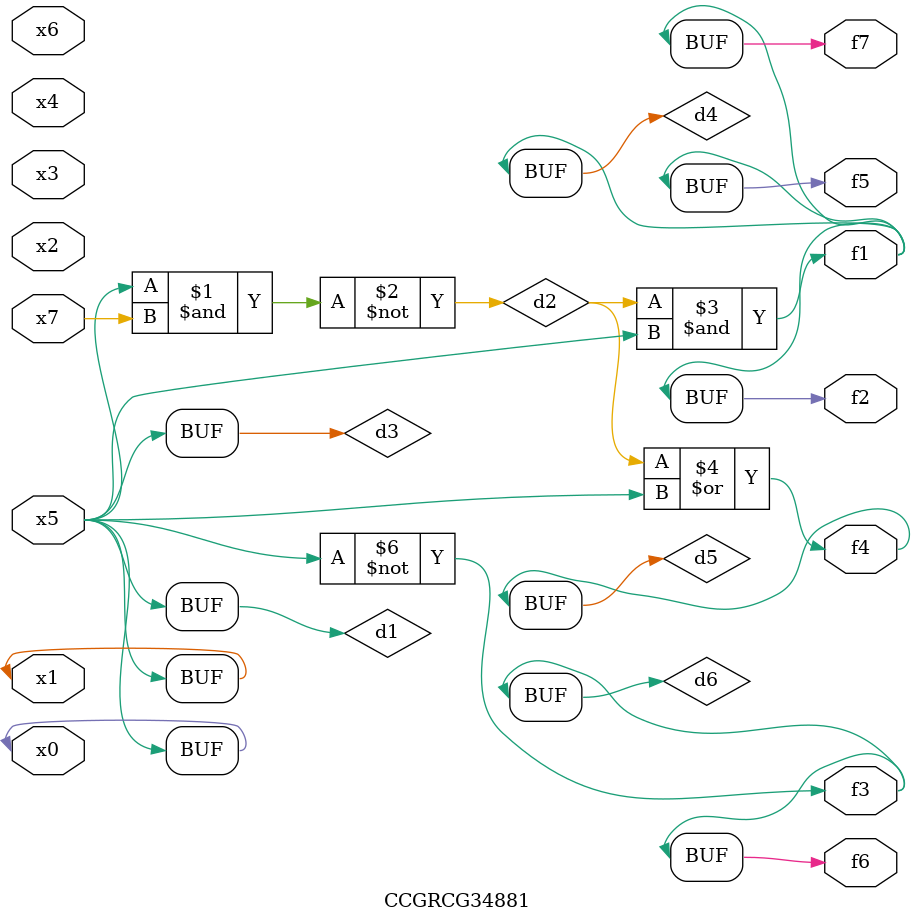
<source format=v>
module CCGRCG34881(
	input x0, x1, x2, x3, x4, x5, x6, x7,
	output f1, f2, f3, f4, f5, f6, f7
);

	wire d1, d2, d3, d4, d5, d6;

	buf (d1, x0, x5);
	nand (d2, x5, x7);
	buf (d3, x0, x1);
	and (d4, d2, d3);
	or (d5, d2, d3);
	nor (d6, d1, d3);
	assign f1 = d4;
	assign f2 = d4;
	assign f3 = d6;
	assign f4 = d5;
	assign f5 = d4;
	assign f6 = d6;
	assign f7 = d4;
endmodule

</source>
